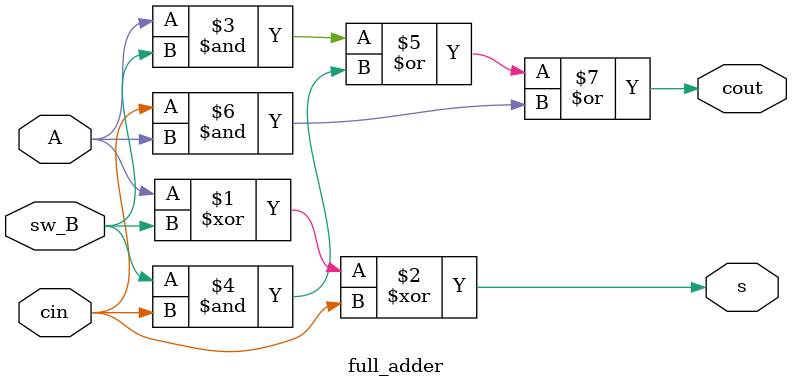
<source format=sv>




module nine_sw_Bit_adder( ////single 9-sw_Bit adder sw_Block - working with each individual sw_Bit 
			
			input [7:0] A, //input A
			input [7:0] sw_B, //input from switches -- lets call it sw_B
			input SUB,
			input cin, //carry in
			output logic [7:0] s, //sum 
			output logic X
			
			
			);
			//in the top level, assign X = S[8]
	logic c0, c1, c2, c3, c4, c5, c6, c7; 
		
 //we want S[8] To equal S[7] and we want to load X register with S[8]
 
		logic [7:0] sw_B_neg;
		logic cin_1;


	
	//manually sign extend - sw_By setting the 9th sw_Bit of A = to A[7], we are sign extending 

	
	//need to make new variable sw_B_neg and cin_1 because we cannot drive cin and sw_B two times 
	//in the same module 
	
	
	
	
	always_comb
	begin
	
	 
	if(SUB == 1'b1)begin //if 8th sw_Bit 1 (X), then we want to subtract - comes from control unit 
		cin_1 = 1'b1; // carry in of 1 
		
		sw_B_neg = ~sw_B;
	end
	else 	begin						//need this statement so that there are still values assigned even if "if" condition isnt met
		cin_1 = cin;
	
		sw_B_neg = sw_B;
	end
	
	end
	
	full_adder fa0(.A(A[0]), .sw_B(sw_B_neg[0]), .cin(cin_1), .s(s[0]), .cout(c0)); 
	full_adder fa1(.A(A[1]), .sw_B(sw_B_neg[1]), .cin(c0), .s(s[1]), .cout(c1));
	full_adder fa2(.A(A[2]), .sw_B(sw_B_neg[2]), .cin(c1), .s(s[2]), .cout(c2));
	full_adder fa3(.A(A[3]), .sw_B(sw_B_neg[3]), .cin(c2), .s(s[3]), .cout(c3));
	full_adder fa4(.A(A[4]), .sw_B(sw_B_neg[4]), .cin(c3), .s(s[4]), .cout(c4)); 
	full_adder fa5(.A(A[5]), .sw_B(sw_B_neg[5]), .cin(c4), .s(s[5]), .cout(c5));
	full_adder fa6(.A(A[6]), .sw_B(sw_B_neg[6]), .cin(c5), .s(s[6]), .cout(c6));
	full_adder fa7(.A(A[7]), .sw_B(sw_B_neg[7]), .cin(c6), .s(s[7]), .cout(c7));
	full_adder fa8(.A(A[7]), .sw_B(sw_B_neg[7]), .cin(c7), .s(X), .cout()); //8th sw_Bit of sum stored in X 
		
endmodule		
		
		
		
		
module full_adder(
		//define variables - inputs, carry in, sum, and carry out 
			input A,
			input sw_B,
			input cin,
			output logic s,
			output logic cout
			);
	
	assign s = A ^ sw_B ^ cin; //XOR the inputs 
	assign cout = (A & sw_B) | (sw_B & cin) | (cin & A); //AND the inputs and OR each combination

endmodule

</source>
